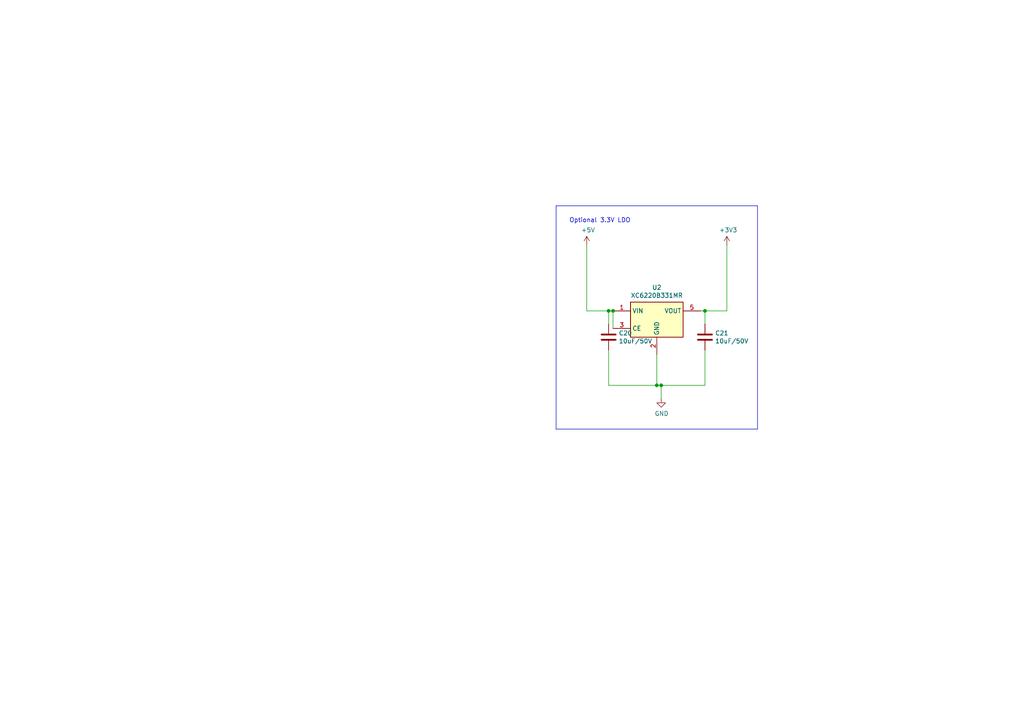
<source format=kicad_sch>
(kicad_sch
	(version 20250114)
	(generator "eeschema")
	(generator_version "9.0")
	(uuid "7f158c77-240c-4d2a-bdf4-0faef377e7b5")
	(paper "A4")
	(title_block
		(title "xESC BLDC Controller")
		(date "2021-12-01")
		(rev "2.0")
		(company "Clemens Elflein")
		(comment 1 "Creative Commons Attribution-NonCommercial-ShareAlike 4.0 International License.")
		(comment 2 "Licensed under ")
	)
	(lib_symbols
		(symbol "Device:C"
			(pin_numbers
				(hide yes)
			)
			(pin_names
				(offset 0.254)
			)
			(exclude_from_sim no)
			(in_bom yes)
			(on_board yes)
			(property "Reference" "C"
				(at 0.635 2.54 0)
				(effects
					(font
						(size 1.27 1.27)
					)
					(justify left)
				)
			)
			(property "Value" "C"
				(at 0.635 -2.54 0)
				(effects
					(font
						(size 1.27 1.27)
					)
					(justify left)
				)
			)
			(property "Footprint" ""
				(at 0.9652 -3.81 0)
				(effects
					(font
						(size 1.27 1.27)
					)
					(hide yes)
				)
			)
			(property "Datasheet" "~"
				(at 0 0 0)
				(effects
					(font
						(size 1.27 1.27)
					)
					(hide yes)
				)
			)
			(property "Description" "Unpolarized capacitor"
				(at 0 0 0)
				(effects
					(font
						(size 1.27 1.27)
					)
					(hide yes)
				)
			)
			(property "ki_keywords" "cap capacitor"
				(at 0 0 0)
				(effects
					(font
						(size 1.27 1.27)
					)
					(hide yes)
				)
			)
			(property "ki_fp_filters" "C_*"
				(at 0 0 0)
				(effects
					(font
						(size 1.27 1.27)
					)
					(hide yes)
				)
			)
			(symbol "C_0_1"
				(polyline
					(pts
						(xy -2.032 0.762) (xy 2.032 0.762)
					)
					(stroke
						(width 0.508)
						(type default)
					)
					(fill
						(type none)
					)
				)
				(polyline
					(pts
						(xy -2.032 -0.762) (xy 2.032 -0.762)
					)
					(stroke
						(width 0.508)
						(type default)
					)
					(fill
						(type none)
					)
				)
			)
			(symbol "C_1_1"
				(pin passive line
					(at 0 3.81 270)
					(length 2.794)
					(name "~"
						(effects
							(font
								(size 1.27 1.27)
							)
						)
					)
					(number "1"
						(effects
							(font
								(size 1.27 1.27)
							)
						)
					)
				)
				(pin passive line
					(at 0 -3.81 90)
					(length 2.794)
					(name "~"
						(effects
							(font
								(size 1.27 1.27)
							)
						)
					)
					(number "2"
						(effects
							(font
								(size 1.27 1.27)
							)
						)
					)
				)
			)
			(embedded_fonts no)
		)
		(symbol "Regulator_Linear:XC6220B331MR"
			(exclude_from_sim no)
			(in_bom yes)
			(on_board yes)
			(property "Reference" "U"
				(at 0 8.89 0)
				(effects
					(font
						(size 1.27 1.27)
					)
				)
			)
			(property "Value" "XC6220B331MR"
				(at 0 6.35 0)
				(effects
					(font
						(size 1.27 1.27)
					)
				)
			)
			(property "Footprint" "Package_TO_SOT_SMD:SOT-23-5"
				(at 0 0 0)
				(effects
					(font
						(size 1.27 1.27)
					)
					(hide yes)
				)
			)
			(property "Datasheet" "https://www.torexsemi.com/file/xc6220/XC6220.pdf"
				(at 19.05 -25.4 0)
				(effects
					(font
						(size 1.27 1.27)
					)
					(hide yes)
				)
			)
			(property "Description" "1A, Low Drop-out Voltage Regulator, Fixed Output 3.3V, SOT-23-5"
				(at 0 0 0)
				(effects
					(font
						(size 1.27 1.27)
					)
					(hide yes)
				)
			)
			(property "ki_keywords" "LDO Voltage Regulator 1A"
				(at 0 0 0)
				(effects
					(font
						(size 1.27 1.27)
					)
					(hide yes)
				)
			)
			(property "ki_fp_filters" "SOT?23*"
				(at 0 0 0)
				(effects
					(font
						(size 1.27 1.27)
					)
					(hide yes)
				)
			)
			(symbol "XC6220B331MR_0_1"
				(rectangle
					(start -7.62 5.08)
					(end 7.62 -5.08)
					(stroke
						(width 0.254)
						(type default)
					)
					(fill
						(type background)
					)
				)
			)
			(symbol "XC6220B331MR_1_1"
				(pin power_in line
					(at -12.7 2.54 0)
					(length 5.08)
					(name "VIN"
						(effects
							(font
								(size 1.27 1.27)
							)
						)
					)
					(number "1"
						(effects
							(font
								(size 1.27 1.27)
							)
						)
					)
				)
				(pin input line
					(at -12.7 -2.54 0)
					(length 5.08)
					(name "CE"
						(effects
							(font
								(size 1.27 1.27)
							)
						)
					)
					(number "3"
						(effects
							(font
								(size 1.27 1.27)
							)
						)
					)
				)
				(pin power_in line
					(at 0 -10.16 90)
					(length 5.08)
					(name "GND"
						(effects
							(font
								(size 1.27 1.27)
							)
						)
					)
					(number "2"
						(effects
							(font
								(size 1.27 1.27)
							)
						)
					)
				)
				(pin power_out line
					(at 12.7 2.54 180)
					(length 5.08)
					(name "VOUT"
						(effects
							(font
								(size 1.27 1.27)
							)
						)
					)
					(number "5"
						(effects
							(font
								(size 1.27 1.27)
							)
						)
					)
				)
				(pin no_connect line
					(at 12.7 -2.54 180)
					(length 5.08)
					(hide yes)
					(name "NC"
						(effects
							(font
								(size 1.27 1.27)
							)
						)
					)
					(number "4"
						(effects
							(font
								(size 1.27 1.27)
							)
						)
					)
				)
			)
			(embedded_fonts no)
		)
		(symbol "power:+3.3V"
			(power)
			(pin_names
				(offset 0)
			)
			(exclude_from_sim no)
			(in_bom yes)
			(on_board yes)
			(property "Reference" "#PWR"
				(at 0 -3.81 0)
				(effects
					(font
						(size 1.27 1.27)
					)
					(hide yes)
				)
			)
			(property "Value" "+3.3V"
				(at 0 3.556 0)
				(effects
					(font
						(size 1.27 1.27)
					)
				)
			)
			(property "Footprint" ""
				(at 0 0 0)
				(effects
					(font
						(size 1.27 1.27)
					)
					(hide yes)
				)
			)
			(property "Datasheet" ""
				(at 0 0 0)
				(effects
					(font
						(size 1.27 1.27)
					)
					(hide yes)
				)
			)
			(property "Description" "Power symbol creates a global label with name \"+3.3V\""
				(at 0 0 0)
				(effects
					(font
						(size 1.27 1.27)
					)
					(hide yes)
				)
			)
			(property "ki_keywords" "power-flag"
				(at 0 0 0)
				(effects
					(font
						(size 1.27 1.27)
					)
					(hide yes)
				)
			)
			(symbol "+3.3V_0_1"
				(polyline
					(pts
						(xy -0.762 1.27) (xy 0 2.54)
					)
					(stroke
						(width 0)
						(type default)
					)
					(fill
						(type none)
					)
				)
				(polyline
					(pts
						(xy 0 2.54) (xy 0.762 1.27)
					)
					(stroke
						(width 0)
						(type default)
					)
					(fill
						(type none)
					)
				)
				(polyline
					(pts
						(xy 0 0) (xy 0 2.54)
					)
					(stroke
						(width 0)
						(type default)
					)
					(fill
						(type none)
					)
				)
			)
			(symbol "+3.3V_1_1"
				(pin power_in line
					(at 0 0 90)
					(length 0)
					(hide yes)
					(name "+3V3"
						(effects
							(font
								(size 1.27 1.27)
							)
						)
					)
					(number "1"
						(effects
							(font
								(size 1.27 1.27)
							)
						)
					)
				)
			)
			(embedded_fonts no)
		)
		(symbol "power:+5V"
			(power)
			(pin_names
				(offset 0)
			)
			(exclude_from_sim no)
			(in_bom yes)
			(on_board yes)
			(property "Reference" "#PWR"
				(at 0 -3.81 0)
				(effects
					(font
						(size 1.27 1.27)
					)
					(hide yes)
				)
			)
			(property "Value" "+5V"
				(at 0 3.556 0)
				(effects
					(font
						(size 1.27 1.27)
					)
				)
			)
			(property "Footprint" ""
				(at 0 0 0)
				(effects
					(font
						(size 1.27 1.27)
					)
					(hide yes)
				)
			)
			(property "Datasheet" ""
				(at 0 0 0)
				(effects
					(font
						(size 1.27 1.27)
					)
					(hide yes)
				)
			)
			(property "Description" "Power symbol creates a global label with name \"+5V\""
				(at 0 0 0)
				(effects
					(font
						(size 1.27 1.27)
					)
					(hide yes)
				)
			)
			(property "ki_keywords" "power-flag"
				(at 0 0 0)
				(effects
					(font
						(size 1.27 1.27)
					)
					(hide yes)
				)
			)
			(symbol "+5V_0_1"
				(polyline
					(pts
						(xy -0.762 1.27) (xy 0 2.54)
					)
					(stroke
						(width 0)
						(type default)
					)
					(fill
						(type none)
					)
				)
				(polyline
					(pts
						(xy 0 2.54) (xy 0.762 1.27)
					)
					(stroke
						(width 0)
						(type default)
					)
					(fill
						(type none)
					)
				)
				(polyline
					(pts
						(xy 0 0) (xy 0 2.54)
					)
					(stroke
						(width 0)
						(type default)
					)
					(fill
						(type none)
					)
				)
			)
			(symbol "+5V_1_1"
				(pin power_in line
					(at 0 0 90)
					(length 0)
					(hide yes)
					(name "+5V"
						(effects
							(font
								(size 1.27 1.27)
							)
						)
					)
					(number "1"
						(effects
							(font
								(size 1.27 1.27)
							)
						)
					)
				)
			)
			(embedded_fonts no)
		)
		(symbol "power:GND"
			(power)
			(pin_names
				(offset 0)
			)
			(exclude_from_sim no)
			(in_bom yes)
			(on_board yes)
			(property "Reference" "#PWR"
				(at 0 -6.35 0)
				(effects
					(font
						(size 1.27 1.27)
					)
					(hide yes)
				)
			)
			(property "Value" "GND"
				(at 0 -3.81 0)
				(effects
					(font
						(size 1.27 1.27)
					)
				)
			)
			(property "Footprint" ""
				(at 0 0 0)
				(effects
					(font
						(size 1.27 1.27)
					)
					(hide yes)
				)
			)
			(property "Datasheet" ""
				(at 0 0 0)
				(effects
					(font
						(size 1.27 1.27)
					)
					(hide yes)
				)
			)
			(property "Description" "Power symbol creates a global label with name \"GND\" , ground"
				(at 0 0 0)
				(effects
					(font
						(size 1.27 1.27)
					)
					(hide yes)
				)
			)
			(property "ki_keywords" "power-flag"
				(at 0 0 0)
				(effects
					(font
						(size 1.27 1.27)
					)
					(hide yes)
				)
			)
			(symbol "GND_0_1"
				(polyline
					(pts
						(xy 0 0) (xy 0 -1.27) (xy 1.27 -1.27) (xy 0 -2.54) (xy -1.27 -1.27) (xy 0 -1.27)
					)
					(stroke
						(width 0)
						(type default)
					)
					(fill
						(type none)
					)
				)
			)
			(symbol "GND_1_1"
				(pin power_in line
					(at 0 0 270)
					(length 0)
					(hide yes)
					(name "GND"
						(effects
							(font
								(size 1.27 1.27)
							)
						)
					)
					(number "1"
						(effects
							(font
								(size 1.27 1.27)
							)
						)
					)
				)
			)
			(embedded_fonts no)
		)
	)
	(text "Optional 3.3V LDO"
		(exclude_from_sim no)
		(at 165.1 64.77 0)
		(effects
			(font
				(size 1.27 1.27)
			)
			(justify left bottom)
		)
		(uuid "1f01abc3-15a5-4dec-9454-6d2cf38970cb")
	)
	(junction
		(at 177.8 90.17)
		(diameter 0)
		(color 0 0 0 0)
		(uuid "0aa388e8-0368-47da-8922-e2c6652210ad")
	)
	(junction
		(at 204.47 90.17)
		(diameter 0)
		(color 0 0 0 0)
		(uuid "4f9c38ae-0547-4659-9961-2de216dd1b30")
	)
	(junction
		(at 190.5 111.76)
		(diameter 0)
		(color 0 0 0 0)
		(uuid "6a72fc66-8cbf-45a7-9b26-ee1c3c839c5a")
	)
	(junction
		(at 191.77 111.76)
		(diameter 0)
		(color 0 0 0 0)
		(uuid "6e1c19a7-df4e-4aae-b321-4bce1d6c0845")
	)
	(junction
		(at 176.53 90.17)
		(diameter 0)
		(color 0 0 0 0)
		(uuid "77b0a3f4-7e84-4b51-a389-dae117d45c90")
	)
	(wire
		(pts
			(xy 176.53 111.76) (xy 176.53 101.6)
		)
		(stroke
			(width 0)
			(type default)
		)
		(uuid "001b2fc7-a6b8-48f0-8538-d3fb03b1c196")
	)
	(wire
		(pts
			(xy 204.47 111.76) (xy 204.47 101.6)
		)
		(stroke
			(width 0)
			(type default)
		)
		(uuid "058124c5-19b6-40e4-bb59-e1a2927e50b4")
	)
	(wire
		(pts
			(xy 170.18 71.12) (xy 170.18 90.17)
		)
		(stroke
			(width 0)
			(type default)
		)
		(uuid "0683dce5-f0c7-4b17-834f-c8000306553a")
	)
	(wire
		(pts
			(xy 177.8 95.25) (xy 177.8 90.17)
		)
		(stroke
			(width 0)
			(type default)
		)
		(uuid "06f1f626-016a-4538-9166-460a6bbd21d1")
	)
	(wire
		(pts
			(xy 191.77 111.76) (xy 204.47 111.76)
		)
		(stroke
			(width 0)
			(type default)
		)
		(uuid "07bc1733-935e-4892-815c-e7c1e6af6da7")
	)
	(polyline
		(pts
			(xy 219.71 59.69) (xy 161.29 59.69)
		)
		(stroke
			(width 0)
			(type default)
		)
		(uuid "0cea58b1-1a69-4bc1-94da-d0b740ae1a61")
	)
	(wire
		(pts
			(xy 191.77 115.57) (xy 191.77 111.76)
		)
		(stroke
			(width 0)
			(type default)
		)
		(uuid "3fec39b5-09b3-4ae4-b3a0-7a92c00722fe")
	)
	(wire
		(pts
			(xy 176.53 93.98) (xy 176.53 90.17)
		)
		(stroke
			(width 0)
			(type default)
		)
		(uuid "48eda606-fef8-4cc8-ad6b-8364f9a6f59f")
	)
	(wire
		(pts
			(xy 203.2 90.17) (xy 204.47 90.17)
		)
		(stroke
			(width 0)
			(type default)
		)
		(uuid "61c706ee-9d40-4383-968e-c4b90097e799")
	)
	(wire
		(pts
			(xy 190.5 102.87) (xy 190.5 111.76)
		)
		(stroke
			(width 0)
			(type default)
		)
		(uuid "6b5f36ea-0409-4e0b-ac6b-f574c5d748b7")
	)
	(wire
		(pts
			(xy 191.77 111.76) (xy 190.5 111.76)
		)
		(stroke
			(width 0)
			(type default)
		)
		(uuid "6d09d230-9d9b-4f56-955a-9a4b4f105a4b")
	)
	(wire
		(pts
			(xy 210.82 90.17) (xy 210.82 71.12)
		)
		(stroke
			(width 0)
			(type default)
		)
		(uuid "6e0c60b6-0aca-445d-8546-889699371c2e")
	)
	(polyline
		(pts
			(xy 219.71 124.46) (xy 219.71 59.69)
		)
		(stroke
			(width 0)
			(type default)
		)
		(uuid "86df7dc3-dac1-4c86-8630-7da4026848b7")
	)
	(wire
		(pts
			(xy 204.47 90.17) (xy 210.82 90.17)
		)
		(stroke
			(width 0)
			(type default)
		)
		(uuid "9bc38002-302a-4032-a287-6dcbbeedccdd")
	)
	(wire
		(pts
			(xy 176.53 90.17) (xy 177.8 90.17)
		)
		(stroke
			(width 0)
			(type default)
		)
		(uuid "ac4b9e81-d073-4185-b871-9b84cc0729d6")
	)
	(wire
		(pts
			(xy 204.47 93.98) (xy 204.47 90.17)
		)
		(stroke
			(width 0)
			(type default)
		)
		(uuid "d572599c-d288-4803-90df-b8ea553252d0")
	)
	(polyline
		(pts
			(xy 161.29 59.69) (xy 161.29 124.46)
		)
		(stroke
			(width 0)
			(type default)
		)
		(uuid "da16de70-aca5-42d2-8bd7-f0008c18c9f9")
	)
	(polyline
		(pts
			(xy 161.29 124.46) (xy 219.71 124.46)
		)
		(stroke
			(width 0)
			(type default)
		)
		(uuid "def582bd-912f-4d18-9891-685b277a4c3f")
	)
	(wire
		(pts
			(xy 190.5 111.76) (xy 176.53 111.76)
		)
		(stroke
			(width 0)
			(type default)
		)
		(uuid "e217b02f-86e9-4644-9853-f3b979d54854")
	)
	(wire
		(pts
			(xy 176.53 90.17) (xy 170.18 90.17)
		)
		(stroke
			(width 0)
			(type default)
		)
		(uuid "fd308154-877d-405f-aebb-0fa2b0011663")
	)
	(symbol
		(lib_id "power:+3.3V")
		(at 210.82 71.12 0)
		(unit 1)
		(exclude_from_sim no)
		(in_bom yes)
		(on_board yes)
		(dnp no)
		(uuid "00000000-0000-0000-0000-000061dbd9c5")
		(property "Reference" "#PWR0111"
			(at 210.82 74.93 0)
			(effects
				(font
					(size 1.27 1.27)
				)
				(hide yes)
			)
		)
		(property "Value" "+3V3"
			(at 211.201 66.7258 0)
			(effects
				(font
					(size 1.27 1.27)
				)
			)
		)
		(property "Footprint" ""
			(at 210.82 71.12 0)
			(effects
				(font
					(size 1.27 1.27)
				)
				(hide yes)
			)
		)
		(property "Datasheet" ""
			(at 210.82 71.12 0)
			(effects
				(font
					(size 1.27 1.27)
				)
				(hide yes)
			)
		)
		(property "Description" ""
			(at 210.82 71.12 0)
			(effects
				(font
					(size 1.27 1.27)
				)
				(hide yes)
			)
		)
		(pin "1"
			(uuid "2e8407c2-3509-46d1-a1cf-b0dfe806b775")
		)
		(instances
			(project "xESC2"
				(path "/f1d82565-2f45-4436-9c4d-3203604bc842/00000000-0000-0000-0000-000061e7227a"
					(reference "#PWR0111")
					(unit 1)
				)
			)
		)
	)
	(symbol
		(lib_id "power:+5V")
		(at 170.18 71.12 0)
		(unit 1)
		(exclude_from_sim no)
		(in_bom yes)
		(on_board yes)
		(dnp no)
		(uuid "00000000-0000-0000-0000-000061dbe676")
		(property "Reference" "#PWR0112"
			(at 170.18 74.93 0)
			(effects
				(font
					(size 1.27 1.27)
				)
				(hide yes)
			)
		)
		(property "Value" "+5V"
			(at 170.561 66.7258 0)
			(effects
				(font
					(size 1.27 1.27)
				)
			)
		)
		(property "Footprint" ""
			(at 170.18 71.12 0)
			(effects
				(font
					(size 1.27 1.27)
				)
				(hide yes)
			)
		)
		(property "Datasheet" ""
			(at 170.18 71.12 0)
			(effects
				(font
					(size 1.27 1.27)
				)
				(hide yes)
			)
		)
		(property "Description" ""
			(at 170.18 71.12 0)
			(effects
				(font
					(size 1.27 1.27)
				)
				(hide yes)
			)
		)
		(pin "1"
			(uuid "d78ffba0-128a-4068-a1fd-69c9f25d7568")
		)
		(instances
			(project "xESC2"
				(path "/f1d82565-2f45-4436-9c4d-3203604bc842/00000000-0000-0000-0000-000061e7227a"
					(reference "#PWR0112")
					(unit 1)
				)
			)
		)
	)
	(symbol
		(lib_id "Device:C")
		(at 176.53 97.79 0)
		(unit 1)
		(exclude_from_sim no)
		(in_bom yes)
		(on_board yes)
		(dnp no)
		(uuid "00000000-0000-0000-0000-000061e808d2")
		(property "Reference" "C20"
			(at 179.451 96.6216 0)
			(effects
				(font
					(size 1.27 1.27)
				)
				(justify left)
			)
		)
		(property "Value" "10uF/50V"
			(at 179.451 98.933 0)
			(effects
				(font
					(size 1.27 1.27)
				)
				(justify left)
			)
		)
		(property "Footprint" "Capacitor_SMD:C_1206_3216Metric"
			(at 177.4952 101.6 0)
			(effects
				(font
					(size 1.27 1.27)
				)
				(hide yes)
			)
		)
		(property "Datasheet" "~"
			(at 176.53 97.79 0)
			(effects
				(font
					(size 1.27 1.27)
				)
				(hide yes)
			)
		)
		(property "Description" ""
			(at 176.53 97.79 0)
			(effects
				(font
					(size 1.27 1.27)
				)
				(hide yes)
			)
		)
		(property "Digikey" "1276-1075-1-ND"
			(at 176.53 97.79 0)
			(effects
				(font
					(size 1.27 1.27)
				)
				(hide yes)
			)
		)
		(property "Part Number" "CL31A106KAHNNNE"
			(at 176.53 97.79 0)
			(effects
				(font
					(size 1.27 1.27)
				)
				(hide yes)
			)
		)
		(property "Stock_PN" "C-1206-10uF-25V-X5R"
			(at 176.53 97.79 0)
			(effects
				(font
					(size 1.27 1.27)
				)
				(hide yes)
			)
		)
		(property "JLC" "C13585"
			(at 176.53 97.79 0)
			(effects
				(font
					(size 1.27 1.27)
				)
				(hide yes)
			)
		)
		(property "LCSC" "C13585"
			(at 176.53 97.79 0)
			(effects
				(font
					(size 1.27 1.27)
				)
				(hide yes)
			)
		)
		(pin "1"
			(uuid "a110d974-b796-42dc-85cc-c2f8c32cdafd")
		)
		(pin "2"
			(uuid "14a76fd4-e6f8-41c4-8dad-cf6f558f9732")
		)
		(instances
			(project "xESC2"
				(path "/f1d82565-2f45-4436-9c4d-3203604bc842/00000000-0000-0000-0000-000061e7227a"
					(reference "C20")
					(unit 1)
				)
			)
		)
	)
	(symbol
		(lib_id "power:GND")
		(at 191.77 115.57 0)
		(unit 1)
		(exclude_from_sim no)
		(in_bom yes)
		(on_board yes)
		(dnp no)
		(uuid "00000000-0000-0000-0000-000061e808e0")
		(property "Reference" "#PWR0114"
			(at 191.77 121.92 0)
			(effects
				(font
					(size 1.27 1.27)
				)
				(hide yes)
			)
		)
		(property "Value" "GND"
			(at 191.897 119.9642 0)
			(effects
				(font
					(size 1.27 1.27)
				)
			)
		)
		(property "Footprint" ""
			(at 191.77 115.57 0)
			(effects
				(font
					(size 1.27 1.27)
				)
				(hide yes)
			)
		)
		(property "Datasheet" ""
			(at 191.77 115.57 0)
			(effects
				(font
					(size 1.27 1.27)
				)
				(hide yes)
			)
		)
		(property "Description" ""
			(at 191.77 115.57 0)
			(effects
				(font
					(size 1.27 1.27)
				)
				(hide yes)
			)
		)
		(pin "1"
			(uuid "ce1a4b48-f973-4a92-afdf-a46d27e0cb49")
		)
		(instances
			(project "xESC2"
				(path "/f1d82565-2f45-4436-9c4d-3203604bc842/00000000-0000-0000-0000-000061e7227a"
					(reference "#PWR0114")
					(unit 1)
				)
			)
		)
	)
	(symbol
		(lib_id "Device:C")
		(at 204.47 97.79 0)
		(unit 1)
		(exclude_from_sim no)
		(in_bom yes)
		(on_board yes)
		(dnp no)
		(uuid "00000000-0000-0000-0000-000061e808e8")
		(property "Reference" "C21"
			(at 207.391 96.6216 0)
			(effects
				(font
					(size 1.27 1.27)
				)
				(justify left)
			)
		)
		(property "Value" "10uF/50V"
			(at 207.391 98.933 0)
			(effects
				(font
					(size 1.27 1.27)
				)
				(justify left)
			)
		)
		(property "Footprint" "Capacitor_SMD:C_1206_3216Metric"
			(at 205.4352 101.6 0)
			(effects
				(font
					(size 1.27 1.27)
				)
				(hide yes)
			)
		)
		(property "Datasheet" "~"
			(at 204.47 97.79 0)
			(effects
				(font
					(size 1.27 1.27)
				)
				(hide yes)
			)
		)
		(property "Description" ""
			(at 204.47 97.79 0)
			(effects
				(font
					(size 1.27 1.27)
				)
				(hide yes)
			)
		)
		(property "Digikey" "1276-1075-1-ND"
			(at 204.47 97.79 0)
			(effects
				(font
					(size 1.27 1.27)
				)
				(hide yes)
			)
		)
		(property "Part Number" "CL31A106KAHNNNE"
			(at 204.47 97.79 0)
			(effects
				(font
					(size 1.27 1.27)
				)
				(hide yes)
			)
		)
		(property "Stock_PN" "C-1206-10uF-25V-X5R"
			(at 204.47 97.79 0)
			(effects
				(font
					(size 1.27 1.27)
				)
				(hide yes)
			)
		)
		(property "JLC" "C13585"
			(at 204.47 97.79 0)
			(effects
				(font
					(size 1.27 1.27)
				)
				(hide yes)
			)
		)
		(property "LCSC" "C13585"
			(at 204.47 97.79 0)
			(effects
				(font
					(size 1.27 1.27)
				)
				(hide yes)
			)
		)
		(pin "1"
			(uuid "6431f281-50ca-4637-a5e4-7d415294667a")
		)
		(pin "2"
			(uuid "7208fdb9-534c-46f1-9173-40c3a3d90d74")
		)
		(instances
			(project "xESC2"
				(path "/f1d82565-2f45-4436-9c4d-3203604bc842/00000000-0000-0000-0000-000061e7227a"
					(reference "C21")
					(unit 1)
				)
			)
		)
	)
	(symbol
		(lib_id "Regulator_Linear:XC6220B331MR")
		(at 190.5 92.71 0)
		(unit 1)
		(exclude_from_sim no)
		(in_bom yes)
		(on_board yes)
		(dnp no)
		(uuid "00000000-0000-0000-0000-000062018de5")
		(property "Reference" "U2"
			(at 190.5 83.3882 0)
			(effects
				(font
					(size 1.27 1.27)
				)
			)
		)
		(property "Value" "XC6220B331MR"
			(at 190.5 85.6996 0)
			(effects
				(font
					(size 1.27 1.27)
				)
			)
		)
		(property "Footprint" "Package_TO_SOT_SMD:SOT-23-5"
			(at 190.5 92.71 0)
			(effects
				(font
					(size 1.27 1.27)
				)
				(hide yes)
			)
		)
		(property "Datasheet" "https://www.torexsemi.com/file/xc6220/XC6220.pdf"
			(at 209.55 118.11 0)
			(effects
				(font
					(size 1.27 1.27)
				)
				(hide yes)
			)
		)
		(property "Description" ""
			(at 190.5 92.71 0)
			(effects
				(font
					(size 1.27 1.27)
				)
				(hide yes)
			)
		)
		(property "Part Number" "XC6220B331MR"
			(at 190.5 92.71 0)
			(effects
				(font
					(size 1.27 1.27)
				)
				(hide yes)
			)
		)
		(property "Digikey" "893-1133-1-ND"
			(at 190.5 92.71 0)
			(effects
				(font
					(size 1.27 1.27)
				)
				(hide yes)
			)
		)
		(property "LCSC" "C51118"
			(at 190.5 92.71 0)
			(effects
				(font
					(size 1.27 1.27)
				)
				(hide yes)
			)
		)
		(property "Stock_PN" "U-XC6220B331MR"
			(at 190.5 92.71 0)
			(effects
				(font
					(size 1.27 1.27)
				)
				(hide yes)
			)
		)
		(property "JLC" "C51118"
			(at 190.5 92.71 0)
			(effects
				(font
					(size 1.27 1.27)
				)
				(hide yes)
			)
		)
		(pin "1"
			(uuid "fcfcf9de-da88-4d1f-851c-bc4477644e6e")
		)
		(pin "2"
			(uuid "fec6e12c-8f0f-48d2-a85b-562a4237d1ad")
		)
		(pin "3"
			(uuid "813d825c-9621-4c82-b200-473ec81fcd39")
		)
		(pin "4"
			(uuid "3acdf21e-2676-4213-afbc-4b97e96301dd")
		)
		(pin "5"
			(uuid "766d7696-95fd-4d5c-88e2-3acab344b322")
		)
		(instances
			(project "xESC2"
				(path "/f1d82565-2f45-4436-9c4d-3203604bc842/00000000-0000-0000-0000-000061e7227a"
					(reference "U2")
					(unit 1)
				)
			)
		)
	)
)

</source>
